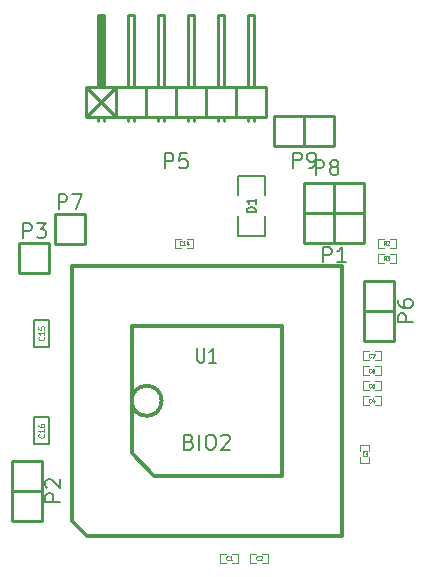
<source format=gto>
%FSLAX34Y34*%
G04 Gerber Fmt 3.4, Leading zero omitted, Abs format*
G04 (created by PCBNEW (2014-04-07 BZR 4791)-product) date Tue 13 May 2014 10:41:45 AM CEST*
%MOIN*%
G01*
G70*
G90*
G04 APERTURE LIST*
%ADD10C,0.005906*%
%ADD11C,0.002800*%
%ADD12C,0.005000*%
%ADD13C,0.010000*%
%ADD14C,0.012000*%
%ADD15C,0.004500*%
%ADD16C,0.008000*%
G04 APERTURE END LIST*
G54D10*
G54D11*
X59150Y-40350D02*
X58950Y-40350D01*
X58950Y-40350D02*
X58950Y-40650D01*
X58950Y-40650D02*
X59150Y-40650D01*
X59350Y-40350D02*
X59550Y-40350D01*
X59550Y-40350D02*
X59550Y-40650D01*
X59550Y-40650D02*
X59350Y-40650D01*
X60150Y-40350D02*
X59950Y-40350D01*
X59950Y-40350D02*
X59950Y-40650D01*
X59950Y-40650D02*
X60150Y-40650D01*
X60350Y-40350D02*
X60550Y-40350D01*
X60550Y-40350D02*
X60550Y-40650D01*
X60550Y-40650D02*
X60350Y-40650D01*
X63929Y-36907D02*
X63929Y-36707D01*
X63929Y-36707D02*
X63629Y-36707D01*
X63629Y-36707D02*
X63629Y-36907D01*
X63929Y-37107D02*
X63929Y-37307D01*
X63929Y-37307D02*
X63629Y-37307D01*
X63629Y-37307D02*
X63629Y-37107D01*
X63900Y-35100D02*
X63700Y-35100D01*
X63700Y-35100D02*
X63700Y-35400D01*
X63700Y-35400D02*
X63900Y-35400D01*
X64100Y-35100D02*
X64300Y-35100D01*
X64300Y-35100D02*
X64300Y-35400D01*
X64300Y-35400D02*
X64100Y-35400D01*
X63900Y-34600D02*
X63700Y-34600D01*
X63700Y-34600D02*
X63700Y-34900D01*
X63700Y-34900D02*
X63900Y-34900D01*
X64100Y-34600D02*
X64300Y-34600D01*
X64300Y-34600D02*
X64300Y-34900D01*
X64300Y-34900D02*
X64100Y-34900D01*
X63900Y-34100D02*
X63700Y-34100D01*
X63700Y-34100D02*
X63700Y-34400D01*
X63700Y-34400D02*
X63900Y-34400D01*
X64100Y-34100D02*
X64300Y-34100D01*
X64300Y-34100D02*
X64300Y-34400D01*
X64300Y-34400D02*
X64100Y-34400D01*
X63900Y-33600D02*
X63700Y-33600D01*
X63700Y-33600D02*
X63700Y-33900D01*
X63700Y-33900D02*
X63900Y-33900D01*
X64100Y-33600D02*
X64300Y-33600D01*
X64300Y-33600D02*
X64300Y-33900D01*
X64300Y-33900D02*
X64100Y-33900D01*
X57650Y-29850D02*
X57450Y-29850D01*
X57450Y-29850D02*
X57450Y-30150D01*
X57450Y-30150D02*
X57650Y-30150D01*
X57850Y-29850D02*
X58050Y-29850D01*
X58050Y-29850D02*
X58050Y-30150D01*
X58050Y-30150D02*
X57850Y-30150D01*
G54D12*
X52750Y-33450D02*
X52750Y-32550D01*
X52750Y-32550D02*
X53250Y-32550D01*
X53250Y-32550D02*
X53250Y-33450D01*
X53250Y-33450D02*
X52750Y-33450D01*
X53250Y-35800D02*
X53250Y-36700D01*
X53250Y-36700D02*
X52750Y-36700D01*
X52750Y-36700D02*
X52750Y-35800D01*
X52750Y-35800D02*
X53250Y-35800D01*
X59550Y-29750D02*
X60450Y-29750D01*
X60450Y-29750D02*
X60450Y-29100D01*
X59550Y-28400D02*
X59550Y-27750D01*
X59550Y-27750D02*
X60450Y-27750D01*
X60450Y-27750D02*
X60450Y-28400D01*
X59550Y-29100D02*
X59550Y-29750D01*
G54D13*
X62750Y-30000D02*
X62750Y-29000D01*
X63750Y-30000D02*
X63750Y-29000D01*
X63750Y-29000D02*
X62750Y-29000D01*
X62750Y-29000D02*
X61750Y-29000D01*
X61750Y-29000D02*
X61750Y-30000D01*
X61750Y-30000D02*
X63750Y-30000D01*
X53000Y-38250D02*
X52000Y-38250D01*
X53000Y-37250D02*
X52000Y-37250D01*
X52000Y-37250D02*
X52000Y-38250D01*
X52000Y-38250D02*
X52000Y-39250D01*
X52000Y-39250D02*
X53000Y-39250D01*
X53000Y-39250D02*
X53000Y-37250D01*
X52250Y-30000D02*
X52250Y-31000D01*
X52250Y-31000D02*
X53250Y-31000D01*
X53250Y-31000D02*
X53250Y-30000D01*
X53250Y-30000D02*
X52250Y-30000D01*
X55480Y-24777D02*
X54480Y-25777D01*
X54480Y-24777D02*
X55480Y-25777D01*
X54930Y-24727D02*
X54930Y-22427D01*
X54930Y-22427D02*
X55030Y-22427D01*
X55030Y-22427D02*
X55030Y-24727D01*
X55030Y-24727D02*
X54980Y-24727D01*
X54980Y-24727D02*
X54980Y-22427D01*
X54880Y-25777D02*
X54880Y-25927D01*
X55080Y-25777D02*
X55080Y-25927D01*
X55880Y-25777D02*
X55880Y-25927D01*
X56080Y-25777D02*
X56080Y-25927D01*
X56880Y-25777D02*
X56880Y-25927D01*
X57080Y-25777D02*
X57080Y-25927D01*
X60080Y-25777D02*
X60080Y-25927D01*
X59880Y-25777D02*
X59880Y-25927D01*
X59080Y-25777D02*
X59080Y-25927D01*
X58880Y-25777D02*
X58880Y-25927D01*
X58080Y-25777D02*
X58080Y-25927D01*
X57880Y-25777D02*
X57880Y-25927D01*
X54480Y-25777D02*
X54480Y-24777D01*
X55480Y-25777D02*
X55480Y-24777D01*
X55480Y-25777D02*
X56480Y-25777D01*
X56480Y-25777D02*
X56480Y-24777D01*
X55880Y-24777D02*
X55880Y-22377D01*
X55880Y-22377D02*
X56080Y-22377D01*
X56080Y-22377D02*
X56080Y-24777D01*
X56480Y-24777D02*
X55480Y-24777D01*
X55480Y-24777D02*
X54480Y-24777D01*
X55080Y-22377D02*
X55080Y-24777D01*
X54880Y-22377D02*
X55080Y-22377D01*
X54880Y-24777D02*
X54880Y-22377D01*
X55480Y-25777D02*
X55480Y-24777D01*
X54480Y-25777D02*
X55480Y-25777D01*
X58480Y-25777D02*
X58480Y-24777D01*
X58480Y-25777D02*
X59480Y-25777D01*
X59480Y-25777D02*
X59480Y-24777D01*
X58880Y-24777D02*
X58880Y-22377D01*
X58880Y-22377D02*
X59080Y-22377D01*
X59080Y-22377D02*
X59080Y-24777D01*
X59480Y-24777D02*
X58480Y-24777D01*
X60480Y-24777D02*
X59480Y-24777D01*
X60080Y-22377D02*
X60080Y-24777D01*
X59880Y-22377D02*
X60080Y-22377D01*
X59880Y-24777D02*
X59880Y-22377D01*
X60480Y-25777D02*
X60480Y-24777D01*
X59480Y-25777D02*
X60480Y-25777D01*
X59480Y-25777D02*
X59480Y-24777D01*
X57480Y-25777D02*
X57480Y-24777D01*
X57480Y-25777D02*
X58480Y-25777D01*
X58480Y-25777D02*
X58480Y-24777D01*
X57880Y-24777D02*
X57880Y-22377D01*
X57880Y-22377D02*
X58080Y-22377D01*
X58080Y-22377D02*
X58080Y-24777D01*
X58480Y-24777D02*
X57480Y-24777D01*
X57480Y-24777D02*
X56480Y-24777D01*
X57080Y-22377D02*
X57080Y-24777D01*
X56880Y-22377D02*
X57080Y-22377D01*
X56880Y-24777D02*
X56880Y-22377D01*
X57480Y-25777D02*
X57480Y-24777D01*
X56480Y-25777D02*
X57480Y-25777D01*
X56480Y-25777D02*
X56480Y-24777D01*
X64750Y-32250D02*
X63750Y-32250D01*
X64750Y-31250D02*
X63750Y-31250D01*
X63750Y-31250D02*
X63750Y-32250D01*
X63750Y-32250D02*
X63750Y-33250D01*
X63750Y-33250D02*
X64750Y-33250D01*
X64750Y-33250D02*
X64750Y-31250D01*
X53437Y-29027D02*
X53437Y-30027D01*
X53437Y-30027D02*
X54437Y-30027D01*
X54437Y-30027D02*
X54437Y-29027D01*
X54437Y-29027D02*
X53437Y-29027D01*
X62750Y-29000D02*
X62750Y-28000D01*
X63750Y-29000D02*
X63750Y-28000D01*
X63750Y-28000D02*
X62750Y-28000D01*
X62750Y-28000D02*
X61750Y-28000D01*
X61750Y-28000D02*
X61750Y-29000D01*
X61750Y-29000D02*
X63750Y-29000D01*
X61750Y-25750D02*
X61750Y-26750D01*
X60750Y-25750D02*
X60750Y-26750D01*
X60750Y-26750D02*
X61750Y-26750D01*
X61750Y-26750D02*
X62750Y-26750D01*
X62750Y-26750D02*
X62750Y-25750D01*
X62750Y-25750D02*
X60750Y-25750D01*
G54D11*
X64400Y-29850D02*
X64200Y-29850D01*
X64200Y-29850D02*
X64200Y-30150D01*
X64200Y-30150D02*
X64400Y-30150D01*
X64600Y-29850D02*
X64800Y-29850D01*
X64800Y-29850D02*
X64800Y-30150D01*
X64800Y-30150D02*
X64600Y-30150D01*
X64600Y-30650D02*
X64800Y-30650D01*
X64800Y-30650D02*
X64800Y-30350D01*
X64800Y-30350D02*
X64600Y-30350D01*
X64400Y-30650D02*
X64200Y-30650D01*
X64200Y-30650D02*
X64200Y-30350D01*
X64200Y-30350D02*
X64400Y-30350D01*
G54D14*
X57000Y-35250D02*
G75*
G03X57000Y-35250I-500J0D01*
G74*
G01*
X56750Y-37750D02*
X61000Y-37750D01*
X61000Y-32750D02*
X61000Y-37750D01*
X56000Y-32750D02*
X61000Y-32750D01*
X56750Y-37750D02*
X56000Y-37000D01*
X56000Y-37000D02*
X56000Y-32750D01*
X54000Y-39250D02*
X54500Y-39750D01*
X54500Y-39750D02*
X63000Y-39750D01*
X63000Y-39750D02*
X63000Y-30750D01*
X63000Y-30750D02*
X54000Y-30750D01*
X54000Y-30750D02*
X54000Y-39250D01*
G54D11*
X59230Y-40549D02*
X59224Y-40555D01*
X59207Y-40562D01*
X59195Y-40562D01*
X59178Y-40555D01*
X59167Y-40542D01*
X59161Y-40529D01*
X59155Y-40503D01*
X59155Y-40483D01*
X59161Y-40457D01*
X59167Y-40444D01*
X59178Y-40431D01*
X59195Y-40424D01*
X59207Y-40424D01*
X59224Y-40431D01*
X59230Y-40437D01*
X59344Y-40562D02*
X59275Y-40562D01*
X59310Y-40562D02*
X59310Y-40424D01*
X59298Y-40444D01*
X59287Y-40457D01*
X59275Y-40463D01*
X60230Y-40549D02*
X60224Y-40555D01*
X60207Y-40562D01*
X60195Y-40562D01*
X60178Y-40555D01*
X60167Y-40542D01*
X60161Y-40529D01*
X60155Y-40503D01*
X60155Y-40483D01*
X60161Y-40457D01*
X60167Y-40444D01*
X60178Y-40431D01*
X60195Y-40424D01*
X60207Y-40424D01*
X60224Y-40431D01*
X60230Y-40437D01*
X60275Y-40437D02*
X60281Y-40431D01*
X60292Y-40424D01*
X60321Y-40424D01*
X60332Y-40431D01*
X60338Y-40437D01*
X60344Y-40450D01*
X60344Y-40463D01*
X60338Y-40483D01*
X60270Y-40562D01*
X60344Y-40562D01*
X63828Y-37027D02*
X63835Y-37033D01*
X63841Y-37050D01*
X63841Y-37062D01*
X63835Y-37079D01*
X63822Y-37090D01*
X63809Y-37096D01*
X63782Y-37102D01*
X63763Y-37102D01*
X63736Y-37096D01*
X63723Y-37090D01*
X63710Y-37079D01*
X63703Y-37062D01*
X63703Y-37050D01*
X63710Y-37033D01*
X63717Y-37027D01*
X63703Y-36987D02*
X63703Y-36913D01*
X63756Y-36953D01*
X63756Y-36936D01*
X63763Y-36925D01*
X63769Y-36919D01*
X63782Y-36913D01*
X63815Y-36913D01*
X63828Y-36919D01*
X63835Y-36925D01*
X63841Y-36936D01*
X63841Y-36970D01*
X63835Y-36982D01*
X63828Y-36987D01*
X63980Y-35299D02*
X63974Y-35305D01*
X63957Y-35312D01*
X63945Y-35312D01*
X63928Y-35305D01*
X63917Y-35292D01*
X63911Y-35279D01*
X63905Y-35253D01*
X63905Y-35233D01*
X63911Y-35207D01*
X63917Y-35194D01*
X63928Y-35181D01*
X63945Y-35174D01*
X63957Y-35174D01*
X63974Y-35181D01*
X63980Y-35187D01*
X64082Y-35220D02*
X64082Y-35312D01*
X64054Y-35167D02*
X64025Y-35266D01*
X64100Y-35266D01*
X63980Y-34799D02*
X63974Y-34805D01*
X63957Y-34812D01*
X63945Y-34812D01*
X63928Y-34805D01*
X63917Y-34792D01*
X63911Y-34779D01*
X63905Y-34753D01*
X63905Y-34733D01*
X63911Y-34707D01*
X63917Y-34694D01*
X63928Y-34681D01*
X63945Y-34674D01*
X63957Y-34674D01*
X63974Y-34681D01*
X63980Y-34687D01*
X64088Y-34674D02*
X64031Y-34674D01*
X64025Y-34740D01*
X64031Y-34733D01*
X64042Y-34727D01*
X64071Y-34727D01*
X64082Y-34733D01*
X64088Y-34740D01*
X64094Y-34753D01*
X64094Y-34786D01*
X64088Y-34799D01*
X64082Y-34805D01*
X64071Y-34812D01*
X64042Y-34812D01*
X64031Y-34805D01*
X64025Y-34799D01*
X63980Y-34299D02*
X63974Y-34305D01*
X63957Y-34312D01*
X63945Y-34312D01*
X63928Y-34305D01*
X63917Y-34292D01*
X63911Y-34279D01*
X63905Y-34253D01*
X63905Y-34233D01*
X63911Y-34207D01*
X63917Y-34194D01*
X63928Y-34181D01*
X63945Y-34174D01*
X63957Y-34174D01*
X63974Y-34181D01*
X63980Y-34187D01*
X64082Y-34174D02*
X64060Y-34174D01*
X64048Y-34181D01*
X64042Y-34187D01*
X64031Y-34207D01*
X64025Y-34233D01*
X64025Y-34286D01*
X64031Y-34299D01*
X64037Y-34305D01*
X64048Y-34312D01*
X64071Y-34312D01*
X64082Y-34305D01*
X64088Y-34299D01*
X64094Y-34286D01*
X64094Y-34253D01*
X64088Y-34240D01*
X64082Y-34233D01*
X64071Y-34227D01*
X64048Y-34227D01*
X64037Y-34233D01*
X64031Y-34240D01*
X64025Y-34253D01*
X63980Y-33799D02*
X63974Y-33805D01*
X63957Y-33812D01*
X63945Y-33812D01*
X63928Y-33805D01*
X63917Y-33792D01*
X63911Y-33779D01*
X63905Y-33753D01*
X63905Y-33733D01*
X63911Y-33707D01*
X63917Y-33694D01*
X63928Y-33681D01*
X63945Y-33674D01*
X63957Y-33674D01*
X63974Y-33681D01*
X63980Y-33687D01*
X64020Y-33674D02*
X64100Y-33674D01*
X64048Y-33812D01*
X57672Y-30049D02*
X57667Y-30055D01*
X57650Y-30062D01*
X57638Y-30062D01*
X57621Y-30055D01*
X57610Y-30042D01*
X57604Y-30029D01*
X57598Y-30003D01*
X57598Y-29983D01*
X57604Y-29957D01*
X57610Y-29944D01*
X57621Y-29931D01*
X57638Y-29924D01*
X57650Y-29924D01*
X57667Y-29931D01*
X57672Y-29937D01*
X57787Y-30062D02*
X57718Y-30062D01*
X57752Y-30062D02*
X57752Y-29924D01*
X57741Y-29944D01*
X57730Y-29957D01*
X57718Y-29963D01*
X57890Y-29970D02*
X57890Y-30062D01*
X57861Y-29917D02*
X57832Y-30016D01*
X57907Y-30016D01*
G54D15*
X53071Y-33115D02*
X53080Y-33124D01*
X53090Y-33150D01*
X53090Y-33167D01*
X53080Y-33192D01*
X53061Y-33210D01*
X53042Y-33218D01*
X53004Y-33227D01*
X52976Y-33227D01*
X52938Y-33218D01*
X52919Y-33210D01*
X52900Y-33192D01*
X52890Y-33167D01*
X52890Y-33150D01*
X52900Y-33124D01*
X52909Y-33115D01*
X53090Y-32944D02*
X53090Y-33047D01*
X53090Y-32995D02*
X52890Y-32995D01*
X52919Y-33012D01*
X52938Y-33030D01*
X52947Y-33047D01*
X52890Y-32781D02*
X52890Y-32867D01*
X52985Y-32875D01*
X52976Y-32867D01*
X52966Y-32850D01*
X52966Y-32807D01*
X52976Y-32790D01*
X52985Y-32781D01*
X53004Y-32772D01*
X53052Y-32772D01*
X53071Y-32781D01*
X53080Y-32790D01*
X53090Y-32807D01*
X53090Y-32850D01*
X53080Y-32867D01*
X53071Y-32875D01*
X53071Y-36365D02*
X53080Y-36374D01*
X53090Y-36400D01*
X53090Y-36417D01*
X53080Y-36442D01*
X53061Y-36460D01*
X53042Y-36468D01*
X53004Y-36477D01*
X52976Y-36477D01*
X52938Y-36468D01*
X52919Y-36460D01*
X52900Y-36442D01*
X52890Y-36417D01*
X52890Y-36400D01*
X52900Y-36374D01*
X52909Y-36365D01*
X53090Y-36194D02*
X53090Y-36297D01*
X53090Y-36245D02*
X52890Y-36245D01*
X52919Y-36262D01*
X52938Y-36280D01*
X52947Y-36297D01*
X52890Y-36040D02*
X52890Y-36074D01*
X52900Y-36091D01*
X52909Y-36100D01*
X52938Y-36117D01*
X52976Y-36125D01*
X53052Y-36125D01*
X53071Y-36117D01*
X53080Y-36108D01*
X53090Y-36091D01*
X53090Y-36057D01*
X53080Y-36040D01*
X53071Y-36031D01*
X53052Y-36022D01*
X53004Y-36022D01*
X52985Y-36031D01*
X52976Y-36040D01*
X52966Y-36057D01*
X52966Y-36091D01*
X52976Y-36108D01*
X52985Y-36117D01*
X53004Y-36125D01*
G54D12*
X60135Y-28971D02*
X59835Y-28971D01*
X59835Y-28900D01*
X59850Y-28857D01*
X59878Y-28828D01*
X59907Y-28814D01*
X59964Y-28800D01*
X60007Y-28800D01*
X60064Y-28814D01*
X60092Y-28828D01*
X60121Y-28857D01*
X60135Y-28900D01*
X60135Y-28971D01*
X60135Y-28514D02*
X60135Y-28685D01*
X60135Y-28600D02*
X59835Y-28600D01*
X59878Y-28628D01*
X59907Y-28657D01*
X59921Y-28685D01*
G54D16*
X62380Y-30626D02*
X62380Y-30126D01*
X62571Y-30126D01*
X62619Y-30150D01*
X62642Y-30173D01*
X62666Y-30221D01*
X62666Y-30292D01*
X62642Y-30340D01*
X62619Y-30364D01*
X62571Y-30388D01*
X62380Y-30388D01*
X63142Y-30626D02*
X62857Y-30626D01*
X63000Y-30626D02*
X63000Y-30126D01*
X62952Y-30197D01*
X62904Y-30245D01*
X62857Y-30269D01*
X53626Y-38619D02*
X53126Y-38619D01*
X53126Y-38428D01*
X53150Y-38380D01*
X53173Y-38357D01*
X53221Y-38333D01*
X53292Y-38333D01*
X53340Y-38357D01*
X53364Y-38380D01*
X53388Y-38428D01*
X53388Y-38619D01*
X53173Y-38142D02*
X53150Y-38119D01*
X53126Y-38071D01*
X53126Y-37952D01*
X53150Y-37904D01*
X53173Y-37880D01*
X53221Y-37857D01*
X53269Y-37857D01*
X53340Y-37880D01*
X53626Y-38166D01*
X53626Y-37857D01*
X52380Y-29826D02*
X52380Y-29326D01*
X52571Y-29326D01*
X52619Y-29350D01*
X52642Y-29373D01*
X52666Y-29421D01*
X52666Y-29492D01*
X52642Y-29540D01*
X52619Y-29564D01*
X52571Y-29588D01*
X52380Y-29588D01*
X52833Y-29326D02*
X53142Y-29326D01*
X52976Y-29516D01*
X53047Y-29516D01*
X53095Y-29540D01*
X53119Y-29564D01*
X53142Y-29611D01*
X53142Y-29730D01*
X53119Y-29778D01*
X53095Y-29802D01*
X53047Y-29826D01*
X52904Y-29826D01*
X52857Y-29802D01*
X52833Y-29778D01*
X57111Y-27504D02*
X57111Y-27004D01*
X57301Y-27004D01*
X57349Y-27027D01*
X57373Y-27051D01*
X57396Y-27099D01*
X57396Y-27170D01*
X57373Y-27218D01*
X57349Y-27242D01*
X57301Y-27266D01*
X57111Y-27266D01*
X57849Y-27004D02*
X57611Y-27004D01*
X57587Y-27242D01*
X57611Y-27218D01*
X57658Y-27194D01*
X57777Y-27194D01*
X57825Y-27218D01*
X57849Y-27242D01*
X57873Y-27289D01*
X57873Y-27408D01*
X57849Y-27456D01*
X57825Y-27480D01*
X57777Y-27504D01*
X57658Y-27504D01*
X57611Y-27480D01*
X57587Y-27456D01*
X65376Y-32619D02*
X64876Y-32619D01*
X64876Y-32428D01*
X64900Y-32380D01*
X64923Y-32357D01*
X64971Y-32333D01*
X65042Y-32333D01*
X65090Y-32357D01*
X65114Y-32380D01*
X65138Y-32428D01*
X65138Y-32619D01*
X64876Y-31904D02*
X64876Y-32000D01*
X64900Y-32047D01*
X64923Y-32071D01*
X64995Y-32119D01*
X65090Y-32142D01*
X65280Y-32142D01*
X65328Y-32119D01*
X65352Y-32095D01*
X65376Y-32047D01*
X65376Y-31952D01*
X65352Y-31904D01*
X65328Y-31880D01*
X65280Y-31857D01*
X65161Y-31857D01*
X65114Y-31880D01*
X65090Y-31904D01*
X65066Y-31952D01*
X65066Y-32047D01*
X65090Y-32095D01*
X65114Y-32119D01*
X65161Y-32142D01*
X53567Y-28853D02*
X53567Y-28353D01*
X53758Y-28353D01*
X53806Y-28377D01*
X53829Y-28401D01*
X53853Y-28448D01*
X53853Y-28520D01*
X53829Y-28568D01*
X53806Y-28591D01*
X53758Y-28615D01*
X53567Y-28615D01*
X54020Y-28353D02*
X54353Y-28353D01*
X54139Y-28853D01*
X62130Y-27726D02*
X62130Y-27226D01*
X62321Y-27226D01*
X62369Y-27250D01*
X62392Y-27273D01*
X62416Y-27321D01*
X62416Y-27392D01*
X62392Y-27440D01*
X62369Y-27464D01*
X62321Y-27488D01*
X62130Y-27488D01*
X62702Y-27440D02*
X62654Y-27416D01*
X62630Y-27392D01*
X62607Y-27345D01*
X62607Y-27321D01*
X62630Y-27273D01*
X62654Y-27250D01*
X62702Y-27226D01*
X62797Y-27226D01*
X62845Y-27250D01*
X62869Y-27273D01*
X62892Y-27321D01*
X62892Y-27345D01*
X62869Y-27392D01*
X62845Y-27416D01*
X62797Y-27440D01*
X62702Y-27440D01*
X62654Y-27464D01*
X62630Y-27488D01*
X62607Y-27535D01*
X62607Y-27630D01*
X62630Y-27678D01*
X62654Y-27702D01*
X62702Y-27726D01*
X62797Y-27726D01*
X62845Y-27702D01*
X62869Y-27678D01*
X62892Y-27630D01*
X62892Y-27535D01*
X62869Y-27488D01*
X62845Y-27464D01*
X62797Y-27440D01*
X61380Y-27476D02*
X61380Y-26976D01*
X61571Y-26976D01*
X61619Y-27000D01*
X61642Y-27023D01*
X61666Y-27071D01*
X61666Y-27142D01*
X61642Y-27190D01*
X61619Y-27214D01*
X61571Y-27238D01*
X61380Y-27238D01*
X61904Y-27476D02*
X62000Y-27476D01*
X62047Y-27452D01*
X62071Y-27428D01*
X62119Y-27357D01*
X62142Y-27261D01*
X62142Y-27071D01*
X62119Y-27023D01*
X62095Y-27000D01*
X62047Y-26976D01*
X61952Y-26976D01*
X61904Y-27000D01*
X61880Y-27023D01*
X61857Y-27071D01*
X61857Y-27190D01*
X61880Y-27238D01*
X61904Y-27261D01*
X61952Y-27285D01*
X62047Y-27285D01*
X62095Y-27261D01*
X62119Y-27238D01*
X62142Y-27190D01*
G54D11*
X64480Y-30062D02*
X64440Y-29996D01*
X64411Y-30062D02*
X64411Y-29924D01*
X64457Y-29924D01*
X64468Y-29931D01*
X64474Y-29937D01*
X64480Y-29950D01*
X64480Y-29970D01*
X64474Y-29983D01*
X64468Y-29990D01*
X64457Y-29996D01*
X64411Y-29996D01*
X64525Y-29937D02*
X64531Y-29931D01*
X64542Y-29924D01*
X64571Y-29924D01*
X64582Y-29931D01*
X64588Y-29937D01*
X64594Y-29950D01*
X64594Y-29963D01*
X64588Y-29983D01*
X64520Y-30062D01*
X64594Y-30062D01*
X64480Y-30562D02*
X64440Y-30496D01*
X64411Y-30562D02*
X64411Y-30424D01*
X64457Y-30424D01*
X64468Y-30431D01*
X64474Y-30437D01*
X64480Y-30450D01*
X64480Y-30470D01*
X64474Y-30483D01*
X64468Y-30490D01*
X64457Y-30496D01*
X64411Y-30496D01*
X64520Y-30424D02*
X64594Y-30424D01*
X64554Y-30477D01*
X64571Y-30477D01*
X64582Y-30483D01*
X64588Y-30490D01*
X64594Y-30503D01*
X64594Y-30536D01*
X64588Y-30549D01*
X64582Y-30555D01*
X64571Y-30562D01*
X64537Y-30562D01*
X64525Y-30555D01*
X64520Y-30549D01*
G54D16*
X58195Y-33477D02*
X58195Y-33881D01*
X58214Y-33929D01*
X58233Y-33953D01*
X58271Y-33977D01*
X58347Y-33977D01*
X58385Y-33953D01*
X58404Y-33929D01*
X58423Y-33881D01*
X58423Y-33477D01*
X58823Y-33977D02*
X58595Y-33977D01*
X58709Y-33977D02*
X58709Y-33477D01*
X58671Y-33548D01*
X58633Y-33596D01*
X58595Y-33620D01*
X57916Y-36614D02*
X57988Y-36638D01*
X58011Y-36661D01*
X58035Y-36709D01*
X58035Y-36780D01*
X58011Y-36828D01*
X57988Y-36852D01*
X57940Y-36876D01*
X57750Y-36876D01*
X57750Y-36376D01*
X57916Y-36376D01*
X57964Y-36400D01*
X57988Y-36423D01*
X58011Y-36471D01*
X58011Y-36519D01*
X57988Y-36566D01*
X57964Y-36590D01*
X57916Y-36614D01*
X57750Y-36614D01*
X58250Y-36876D02*
X58250Y-36376D01*
X58583Y-36376D02*
X58678Y-36376D01*
X58726Y-36400D01*
X58773Y-36447D01*
X58797Y-36542D01*
X58797Y-36709D01*
X58773Y-36804D01*
X58726Y-36852D01*
X58678Y-36876D01*
X58583Y-36876D01*
X58535Y-36852D01*
X58488Y-36804D01*
X58464Y-36709D01*
X58464Y-36542D01*
X58488Y-36447D01*
X58535Y-36400D01*
X58583Y-36376D01*
X58988Y-36423D02*
X59011Y-36400D01*
X59059Y-36376D01*
X59178Y-36376D01*
X59226Y-36400D01*
X59250Y-36423D01*
X59273Y-36471D01*
X59273Y-36519D01*
X59250Y-36590D01*
X58964Y-36876D01*
X59273Y-36876D01*
M02*

</source>
